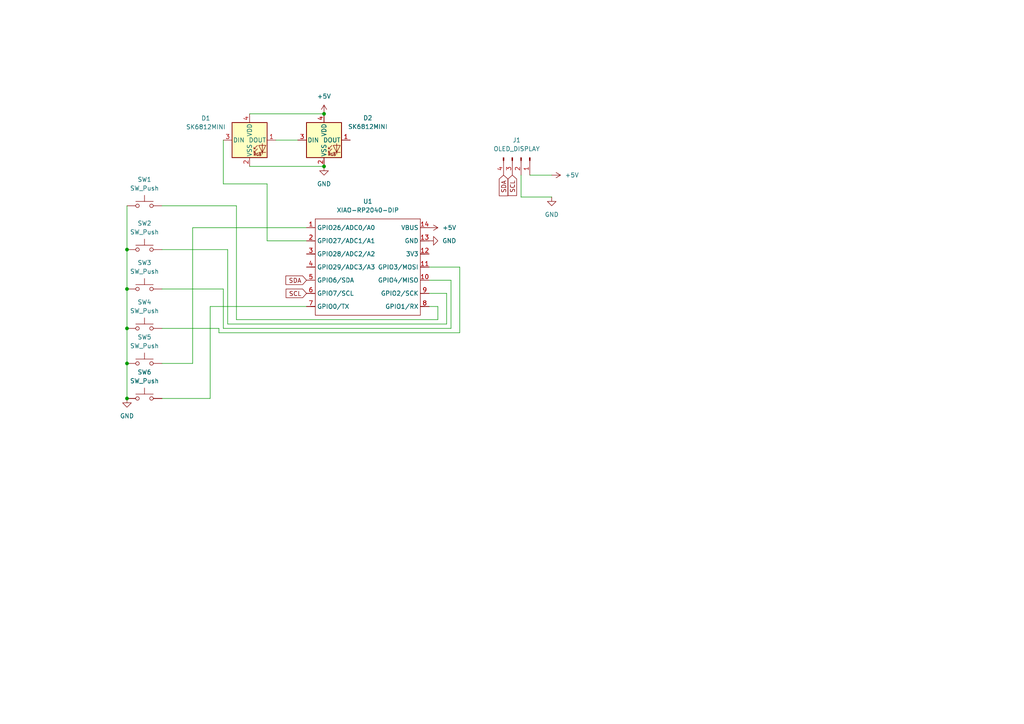
<source format=kicad_sch>
(kicad_sch (version 20250114) (generator "eeschema") (generator_version "9.0")
  (paper "A4")
  (lib_symbols
    (symbol "Connector:Conn_01x04_Pin" (pin_names (offset 1.016) (hide yes))
      (property "Reference" "J" (at 0 5.08 0))
      (property "Value" "Conn_01x04_Pin" (at 0 -7.62 0))
      (symbol "Conn_01x04_Pin_1_1"
        (rectangle (start 0.8636 2.667) (end 0 2.413) (stroke (width 0.1524)) (fill (type outline)))
        (rectangle (start 0.8636 0.127) (end 0 -0.127) (stroke (width 0.1524)) (fill (type outline)))
        (rectangle (start 0.8636 -2.413) (end 0 -2.667) (stroke (width 0.1524)) (fill (type outline)))
        (rectangle (start 0.8636 -4.953) (end 0 -5.207) (stroke (width 0.1524)) (fill (type outline)))
        (polyline (pts (xy 1.27 2.54) (xy 0.8636 2.54)) (stroke (width 0.1524)))
        (polyline (pts (xy 1.27 0) (xy 0.8636 0)) (stroke (width 0.1524)))
        (polyline (pts (xy 1.27 -2.54) (xy 0.8636 -2.54)) (stroke (width 0.1524)))
        (polyline (pts (xy 1.27 -5.08) (xy 0.8636 -5.08)) (stroke (width 0.1524)))
        (pin passive line (at 5.08 2.54 180) (length 3.81) (name "Pin_1") (number "1"))
        (pin passive line (at 5.08 0 180) (length 3.81) (name "Pin_2") (number "2"))
        (pin passive line (at 5.08 -2.54 180) (length 3.81) (name "Pin_3") (number "3"))
        (pin passive line (at 5.08 -5.08 180) (length 3.81) (name "Pin_4") (number "4"))
      )
    )
    (symbol "LED:SK6812MINI" (pin_names (offset 0.254))
      (property "Reference" "D" (at 5.08 5.715 0))
      (property "Value" "SK6812MINI" (at 1.27 -5.715 0))
      (symbol "SK6812MINI_0_0"
        (text "RGB" (at 2.286 -4.191 0) (effects (font (size 0.762 0.762))))
      )
      (symbol "SK6812MINI_0_1"
        (polyline (pts (xy 1.27 -2.54) (xy 1.778 -2.54)))
        (polyline (pts (xy 1.27 -3.556) (xy 1.778 -3.556)))
        (polyline (pts (xy 2.286 -1.524) (xy 1.27 -2.54) (xy 1.27 -2.032)))
        (polyline (pts (xy 2.286 -2.54) (xy 1.27 -3.556) (xy 1.27 -3.048)))
        (polyline (pts (xy 3.683 -1.016) (xy 3.683 -3.556) (xy 3.683 -4.064)))
        (polyline (pts (xy 4.699 -1.524) (xy 2.667 -1.524) (xy 3.683 -3.556) (xy 4.699 -1.524)))
        (polyline (pts (xy 4.699 -3.556) (xy 2.667 -3.556)))
        (rectangle (start 5.08 5.08) (end -5.08 -5.08) (stroke (width 0.254)) (fill (type background)))
      )
      (symbol "SK6812MINI_1_1"
        (pin input line (at -7.62 0 0) (length 2.54) (name "DIN") (number "3"))
        (pin power_in line (at 0 7.62 270) (length 2.54) (name "VDD") (number "4"))
        (pin power_in line (at 0 -7.62 90) (length 2.54) (name "VSS") (number "2"))
        (pin output line (at 7.62 0 180) (length 2.54) (name "DOUT") (number "1"))
      )
    )
    (symbol "OPL Lib:XIAO-RP2040-DIP"
      (property "Reference" "U" (at 0 0 0))
      (property "Value" "XIAO-RP2040-DIP" (at 5.334 -1.778 0))
      (symbol "XIAO-RP2040-DIP_1_0"
        (polyline (pts (xy -1.27 -2.54) (xy 29.21 -2.54)) (stroke (width 0.1524)))
        (polyline (pts (xy -1.27 -5.08) (xy -2.54 -5.08)) (stroke (width 0.1524)))
        (polyline (pts (xy -1.27 -5.08) (xy -1.27 -2.54)) (stroke (width 0.1524)))
        (polyline (pts (xy -1.27 -8.89) (xy -2.54 -8.89)) (stroke (width 0.1524)))
        (polyline (pts (xy -1.27 -8.89) (xy -1.27 -5.08)) (stroke (width 0.1524)))
        (polyline (pts (xy -1.27 -12.7) (xy -2.54 -12.7)) (stroke (width 0.1524)))
        (polyline (pts (xy -1.27 -12.7) (xy -1.27 -8.89)) (stroke (width 0.1524)))
        (polyline (pts (xy -1.27 -16.51) (xy -2.54 -16.51)) (stroke (width 0.1524)))
        (polyline (pts (xy -1.27 -16.51) (xy -1.27 -12.7)) (stroke (width 0.1524)))
        (polyline (pts (xy -1.27 -20.32) (xy -2.54 -20.32)) (stroke (width 0.1524)))
        (polyline (pts (xy -1.27 -24.13) (xy -2.54 -24.13)) (stroke (width 0.1524)))
        (polyline (pts (xy -1.27 -27.94) (xy -2.54 -27.94)) (stroke (width 0.1524)))
        (polyline (pts (xy -1.27 -30.48) (xy -1.27 -16.51)) (stroke (width 0.1524)))
        (polyline (pts (xy 29.21 -2.54) (xy 29.21 -5.08)) (stroke (width 0.1524)))
        (polyline (pts (xy 29.21 -5.08) (xy 29.21 -8.89)) (stroke (width 0.1524)))
        (polyline (pts (xy 29.21 -8.89) (xy 29.21 -12.7)) (stroke (width 0.1524)))
        (polyline (pts (xy 29.21 -12.7) (xy 29.21 -30.48)) (stroke (width 0.1524)))
        (polyline (pts (xy 29.21 -30.48) (xy -1.27 -30.48)) (stroke (width 0.1524)))
        (polyline (pts (xy 30.48 -5.08) (xy 29.21 -5.08)) (stroke (width 0.1524)))
        (polyline (pts (xy 30.48 -8.89) (xy 29.21 -8.89)) (stroke (width 0.1524)))
        (polyline (pts (xy 30.48 -12.7) (xy 29.21 -12.7)) (stroke (width 0.1524)))
        (polyline (pts (xy 30.48 -16.51) (xy 29.21 -16.51)) (stroke (width 0.1524)))
        (polyline (pts (xy 30.48 -20.32) (xy 29.21 -20.32)) (stroke (width 0.1524)))
        (polyline (pts (xy 30.48 -24.13) (xy 29.21 -24.13)) (stroke (width 0.1524)))
        (polyline (pts (xy 30.48 -27.94) (xy 29.21 -27.94)) (stroke (width 0.1524)))
        (pin passive line (at -3.81 -5.08 0) (length 2.54) (name "GPIO26/ADC0/A0") (number "1"))
        (pin passive line (at -3.81 -8.89 0) (length 2.54) (name "GPIO27/ADC1/A1") (number "2"))
        (pin passive line (at -3.81 -12.7 0) (length 2.54) (name "GPIO28/ADC2/A2") (number "3"))
        (pin passive line (at -3.81 -16.51 0) (length 2.54) (name "GPIO29/ADC3/A3") (number "4"))
        (pin passive line (at -3.81 -20.32 0) (length 2.54) (name "GPIO6/SDA") (number "5"))
        (pin passive line (at -3.81 -24.13 0) (length 2.54) (name "GPIO7/SCL") (number "6"))
        (pin passive line (at -3.81 -27.94 0) (length 2.54) (name "GPIO0/TX") (number "7"))
        (pin passive line (at 31.75 -5.08 180) (length 2.54) (name "VBUS") (number "14"))
        (pin passive line (at 31.75 -8.89 180) (length 2.54) (name "GND") (number "13"))
        (pin passive line (at 31.75 -12.7 180) (length 2.54) (name "3V3") (number "12"))
        (pin passive line (at 31.75 -16.51 180) (length 2.54) (name "GPIO3/MOSI") (number "11"))
        (pin passive line (at 31.75 -20.32 180) (length 2.54) (name "GPIO4/MISO") (number "10"))
        (pin passive line (at 31.75 -24.13 180) (length 2.54) (name "GPIO2/SCK") (number "9"))
        (pin passive line (at 31.75 -27.94 180) (length 2.54) (name "GPIO1/RX") (number "8"))
      )
    )
    (symbol "Switch:SW_Push" (pin_numbers (hide yes)) (pin_names (offset 1.016) (hide yes))
      (property "Reference" "SW" (at 1.27 2.54 0))
      (property "Value" "SW_Push" (at 0 -1.524 0))
      (symbol "SW_Push_0_1"
        (circle (center -2.032 0) (radius 0.508))
        (polyline (pts (xy 0 1.27) (xy 0 3.048)))
        (circle (center 2.032 0) (radius 0.508))
        (polyline (pts (xy 2.54 1.27) (xy -2.54 1.27)))
        (pin passive line (at -5.08 0 0) (length 2.54) (name "1") (number "1"))
        (pin passive line (at 5.08 0 180) (length 2.54) (name "2") (number "2"))
      )
    )
    (symbol "power:+5V" (power) (pin_numbers (hide yes)) (pin_names (offset 0) (hide yes))
      (property "Value" "+5V" (at 0 3.556 0))
      (symbol "+5V_0_1"
        (polyline (pts (xy -0.762 1.27) (xy 0 2.54)))
        (polyline (pts (xy 0 2.54) (xy 0.762 1.27)))
        (polyline (pts (xy 0 0) (xy 0 2.54)))
      )
      (symbol "+5V_1_1"
        (pin power_in line (at 0 0 90) (length 0) (name "~") (number "1"))
      )
    )
    (symbol "power:GND" (power) (pin_numbers (hide yes)) (pin_names (offset 0) (hide yes))
      (property "Value" "GND" (at 0 -3.81 0))
      (symbol "GND_0_1"
        (polyline (pts (xy 0 0) (xy 0 -1.27) (xy 1.27 -1.27) (xy 0 -2.54) (xy -1.27 -1.27) (xy 0 -1.27)))
      )
      (symbol "GND_1_1"
        (pin power_in line (at 0 0 270) (length 0) (name "~") (number "1"))
      )
    )
  )
  (junction (at 36.83 95.25))
  (junction (at 36.83 105.41))
  (junction (at 93.98 48.26))
  (junction (at 36.83 115.57))
  (junction (at 36.83 83.82))
  (junction (at 36.83 72.39))
  (junction (at 93.98 33.02))
  (wire (pts (xy 72.39 33.02) (xy 93.98 33.02)))
  (wire (pts (xy 151.13 57.15) (xy 151.13 50.8)))
  (wire (pts (xy 60.96 115.57) (xy 60.96 88.9)))
  (wire (pts (xy 80.01 40.64) (xy 86.36 40.64)))
  (wire (pts (xy 46.99 72.39) (xy 66.04 72.39)))
  (wire (pts (xy 63.5 96.52) (xy 133.35 96.52)))
  (wire (pts (xy 46.99 83.82) (xy 64.77 83.82)))
  (wire (pts (xy 55.88 66.04) (xy 55.88 105.41)))
  (wire (pts (xy 130.81 95.25) (xy 130.81 81.28)))
  (wire (pts (xy 77.47 53.34) (xy 77.47 69.85)))
  (wire (pts (xy 68.58 59.69) (xy 68.58 92.71)))
  (wire (pts (xy 64.77 83.82) (xy 64.77 95.25)))
  (wire (pts (xy 64.77 53.34) (xy 77.47 53.34)))
  (wire (pts (xy 66.04 93.98) (xy 129.54 93.98)))
  (wire (pts (xy 129.54 93.98) (xy 129.54 85.09)))
  (wire (pts (xy 36.83 83.82) (xy 36.83 95.25)))
  (wire (pts (xy 64.77 40.64) (xy 64.77 53.34)))
  (wire (pts (xy 36.83 105.41) (xy 36.83 115.57)))
  (wire (pts (xy 36.83 95.25) (xy 36.83 105.41)))
  (wire (pts (xy 127 92.71) (xy 127 88.9)))
  (wire (pts (xy 129.54 85.09) (xy 124.46 85.09)))
  (wire (pts (xy 66.04 72.39) (xy 66.04 93.98)))
  (wire (pts (xy 46.99 59.69) (xy 68.58 59.69)))
  (wire (pts (xy 63.5 95.25) (xy 63.5 96.52)))
  (wire (pts (xy 133.35 77.47) (xy 124.46 77.47)))
  (wire (pts (xy 77.47 69.85) (xy 88.9 69.85)))
  (wire (pts (xy 55.88 66.04) (xy 88.9 66.04)))
  (wire (pts (xy 68.58 92.71) (xy 127 92.71)))
  (wire (pts (xy 130.81 81.28) (xy 124.46 81.28)))
  (wire (pts (xy 160.02 57.15) (xy 151.13 57.15)))
  (wire (pts (xy 72.39 48.26) (xy 93.98 48.26)))
  (wire (pts (xy 127 88.9) (xy 124.46 88.9)))
  (wire (pts (xy 160.02 50.8) (xy 153.67 50.8)))
  (wire (pts (xy 46.99 115.57) (xy 60.96 115.57)))
  (wire (pts (xy 133.35 96.52) (xy 133.35 77.47)))
  (wire (pts (xy 46.99 95.25) (xy 63.5 95.25)))
  (wire (pts (xy 46.99 105.41) (xy 55.88 105.41)))
  (wire (pts (xy 64.77 95.25) (xy 130.81 95.25)))
  (wire (pts (xy 36.83 72.39) (xy 36.83 83.82)))
  (wire (pts (xy 36.83 59.69) (xy 36.83 72.39)))
  (wire (pts (xy 60.96 88.9) (xy 88.9 88.9)))
  (global_label "SCL" (shape input) (at 88.9 85.09 180) (property "Intersheetrefs" "${INTERSHEET_REFS}" (effects (hide yes))))
  (global_label "SDA" (shape input) (at 88.9 81.28 180) (property "Intersheetrefs" "${INTERSHEET_REFS}" (effects (hide yes))))
  (global_label "SCL" (shape input) (at 148.59 50.8 270) (property "Intersheetrefs" "${INTERSHEET_REFS}" (effects (hide yes))))
  (global_label "SDA" (shape input) (at 146.05 50.8 270) (property "Intersheetrefs" "${INTERSHEET_REFS}" (effects (hide yes))))
  (symbol (lib_id "Switch:SW_Push") (at 41.91 72.39 0) (unit 1)
    (property "Reference" "SW2" (at 41.91 64.77 0))
    (property "Value" "SW_Push" (at 41.91 67.31 0))
    (property "Footprint" "Button_Switch_Keyboard:SW_Cherry_MX_1.00u_PCB" (effects (hide yes)))
    (property "Description" "Push button switch, generic, two pins" (effects (hide yes)))
  )
  (symbol (lib_id "power:+5V") (at 160.02 50.8 270) (unit 1)
    (property "Reference" "#PWR06" (effects (hide yes)))
    (property "Value" "+5V" (at 163.83 50.7999 90) (effects (justify left)))
    (property "Description" "Power symbol creates a global label with name \"+5V\"" (effects (hide yes)))
  )
  (symbol (lib_id "Switch:SW_Push") (at 41.91 95.25 0) (unit 1)
    (property "Reference" "SW4" (at 41.91 87.63 0))
    (property "Value" "SW_Push" (at 41.91 90.17 0))
    (property "Footprint" "Button_Switch_Keyboard:SW_Cherry_MX_1.00u_PCB" (effects (hide yes)))
    (property "Description" "Push button switch, generic, two pins" (effects (hide yes)))
  )
  (symbol (lib_id "power:+5V") (at 124.46 66.04 270) (unit 1)
    (property "Reference" "#PWR03" (effects (hide yes)))
    (property "Value" "+5V" (at 128.27 66.0399 90) (effects (justify left)))
    (property "Description" "Power symbol creates a global label with name \"+5V\"" (effects (hide yes)))
  )
  (symbol (lib_id "OPL Lib:XIAO-RP2040-DIP") (at 92.71 60.96 0) (unit 1)
    (property "Reference" "U1" (at 106.68 58.42 0))
    (property "Value" "XIAO-RP2040-DIP" (at 106.68 60.96 0))
    (property "Footprint" "OPL Lib:XIAO-RP2040-DIP" (effects (hide yes)))
  )
  (symbol (lib_id "LED:SK6812MINI") (at 93.98 40.64 0) (unit 1)
    (property "Reference" "D2" (at 106.68 34.2198 0))
    (property "Value" "SK6812MINI" (at 106.68 36.7598 0))
    (property "Footprint" "LED_SMD:LED_SK6812MINI_PLCC4_3.5x3.5mm_P1.75mm" (effects (hide yes)))
    (property "Datasheet" "https://cdn-shop.adafruit.com/product-files/2686/SK6812MINI_REV.01-1-2.pdf" (effects (hide yes)))
    (property "Description" "RGB LED with integrated controller" (effects (hide yes)))
  )
  (symbol (lib_id "Switch:SW_Push") (at 41.91 83.82 0) (unit 1)
    (property "Reference" "SW3" (at 41.91 76.2 0))
    (property "Value" "SW_Push" (at 41.91 78.74 0))
    (property "Footprint" "Button_Switch_Keyboard:SW_Cherry_MX_1.00u_PCB" (effects (hide yes)))
    (property "Description" "Push button switch, generic, two pins" (effects (hide yes)))
  )
  (symbol (lib_id "power:GND") (at 160.02 57.15 0) (unit 1)
    (property "Reference" "#PWR07" (effects (hide yes)))
    (property "Value" "GND" (at 160.02 62.23 0))
    (property "Description" "Power symbol creates a global label with name \"GND\" , ground" (effects (hide yes)))
  )
  (symbol (lib_id "Switch:SW_Push") (at 41.91 115.57 0) (unit 1)
    (property "Reference" "SW6" (at 41.91 107.95 0))
    (property "Value" "SW_Push" (at 41.91 110.49 0))
    (property "Footprint" "Button_Switch_Keyboard:SW_Cherry_MX_1.00u_PCB" (effects (hide yes)))
    (property "Description" "Push button switch, generic, two pins" (effects (hide yes)))
  )
  (symbol (lib_id "LED:SK6812MINI") (at 72.39 40.64 0) (unit 1)
    (property "Reference" "D1" (at 59.69 34.29 0))
    (property "Value" "SK6812MINI" (at 59.69 36.83 0))
    (property "Footprint" "LED_SMD:LED_SK6812MINI_PLCC4_3.5x3.5mm_P1.75mm" (effects (hide yes)))
    (property "Datasheet" "https://cdn-shop.adafruit.com/product-files/2686/SK6812MINI_REV.01-1-2.pdf" (effects (hide yes)))
    (property "Description" "RGB LED with integrated controller" (effects (hide yes)))
  )
  (symbol (lib_id "Connector:Conn_01x04_Pin") (at 151.13 45.72 270) (unit 1)
    (property "Reference" "J1" (at 149.86 40.64 90))
    (property "Value" "OLED_DISPLAY" (at 149.86 43.18 90))
    (property "Footprint" "SSD1306 OLED:SSD1306-0.91-OLED-4pin-128x32" (effects (hide yes)))
    (property "Description" "Generic connector, single row, 01x04, script generated" (effects (hide yes)))
  )
  (symbol (lib_id "power:+5V") (at 93.98 33.02 0) (unit 1)
    (property "Reference" "#PWR02" (effects (hide yes)))
    (property "Value" "+5V" (at 93.98 27.94 0))
    (property "Description" "Power symbol creates a global label with name \"+5V\"" (effects (hide yes)))
  )
  (symbol (lib_id "Switch:SW_Push") (at 41.91 59.69 0) (unit 1)
    (property "Reference" "SW1" (at 41.91 52.07 0))
    (property "Value" "SW_Push" (at 41.91 54.61 0))
    (property "Footprint" "Button_Switch_Keyboard:SW_Cherry_MX_1.00u_PCB" (effects (hide yes)))
    (property "Description" "Push button switch, generic, two pins" (effects (hide yes)))
  )
  (symbol (lib_id "Switch:SW_Push") (at 41.91 105.41 0) (unit 1)
    (property "Reference" "SW5" (at 41.91 97.79 0))
    (property "Value" "SW_Push" (at 41.91 100.33 0))
    (property "Footprint" "Button_Switch_Keyboard:SW_Cherry_MX_1.00u_PCB" (effects (hide yes)))
    (property "Description" "Push button switch, generic, two pins" (effects (hide yes)))
  )
  (symbol (lib_id "power:GND") (at 36.83 115.57 0) (unit 1)
    (property "Reference" "#PWR05" (effects (hide yes)))
    (property "Value" "GND" (at 36.83 120.65 0))
    (property "Description" "Power symbol creates a global label with name \"GND\" , ground" (effects (hide yes)))
  )
  (symbol (lib_id "power:GND") (at 93.98 48.26 0) (unit 1)
    (property "Reference" "#PWR01" (effects (hide yes)))
    (property "Value" "GND" (at 93.98 53.34 0))
    (property "Description" "Power symbol creates a global label with name \"GND\" , ground" (effects (hide yes)))
  )
  (symbol (lib_id "power:GND") (at 124.46 69.85 90) (unit 1)
    (property "Reference" "#PWR04" (effects (hide yes)))
    (property "Value" "GND" (at 128.27 69.8499 90) (effects (justify right)))
    (property "Description" "Power symbol creates a global label with name \"GND\" , ground" (effects (hide yes)))
  )
)
</source>
